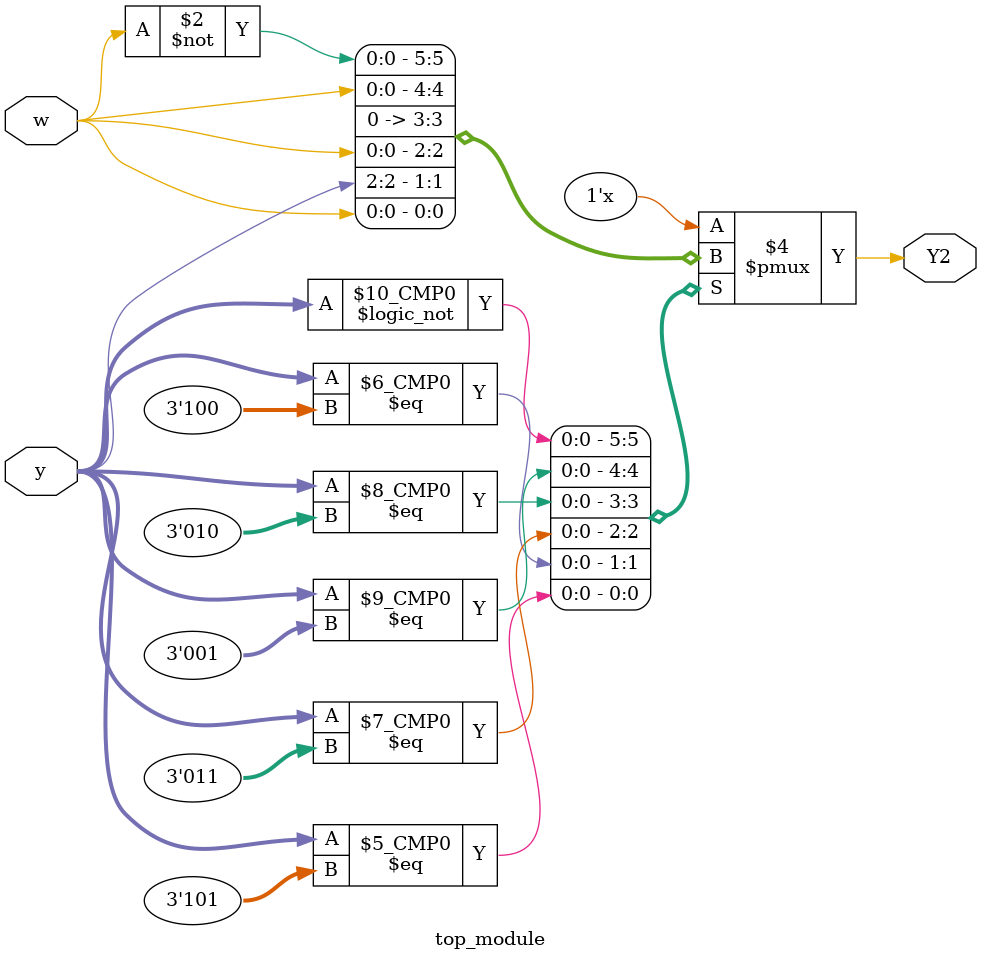
<source format=sv>
module top_module(
    input [3:1] y,
    input w,
    output reg Y2
);

always @(*) begin
    case (y)
        3'b000: Y2 = ~w;
        3'b001: Y2 = w;
        3'b010: Y2 = 1'b0;
        3'b011: Y2 = w;
        3'b100: Y2 = y[2];
        3'b101: Y2 = w;
        default: Y2 = 1'bx;
    endcase
end

endmodule

</source>
